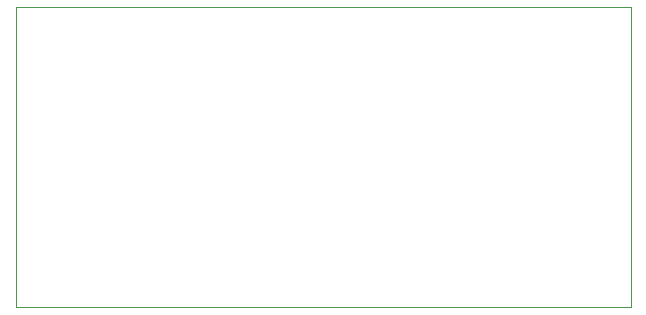
<source format=gbr>
G04 #@! TF.GenerationSoftware,KiCad,Pcbnew,5.1.5+dfsg1-2build2*
G04 #@! TF.CreationDate,2020-07-25T19:40:00-04:00*
G04 #@! TF.ProjectId,lipo-charger,6c69706f-2d63-4686-9172-6765722e6b69,rev?*
G04 #@! TF.SameCoordinates,Original*
G04 #@! TF.FileFunction,Profile,NP*
%FSLAX46Y46*%
G04 Gerber Fmt 4.6, Leading zero omitted, Abs format (unit mm)*
G04 Created by KiCad (PCBNEW 5.1.5+dfsg1-2build2) date 2020-07-25 19:40:00*
%MOMM*%
%LPD*%
G04 APERTURE LIST*
%ADD10C,0.050000*%
G04 APERTURE END LIST*
D10*
X153670000Y-69850000D02*
X101600000Y-69850000D01*
X153670000Y-95250000D02*
X153670000Y-69850000D01*
X101600000Y-95250000D02*
X153670000Y-95250000D01*
X101600000Y-95250000D02*
X101600000Y-69850000D01*
M02*

</source>
